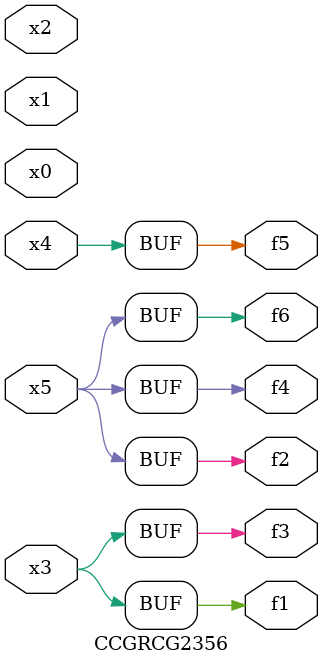
<source format=v>
module CCGRCG2356(
	input x0, x1, x2, x3, x4, x5,
	output f1, f2, f3, f4, f5, f6
);
	assign f1 = x3;
	assign f2 = x5;
	assign f3 = x3;
	assign f4 = x5;
	assign f5 = x4;
	assign f6 = x5;
endmodule

</source>
